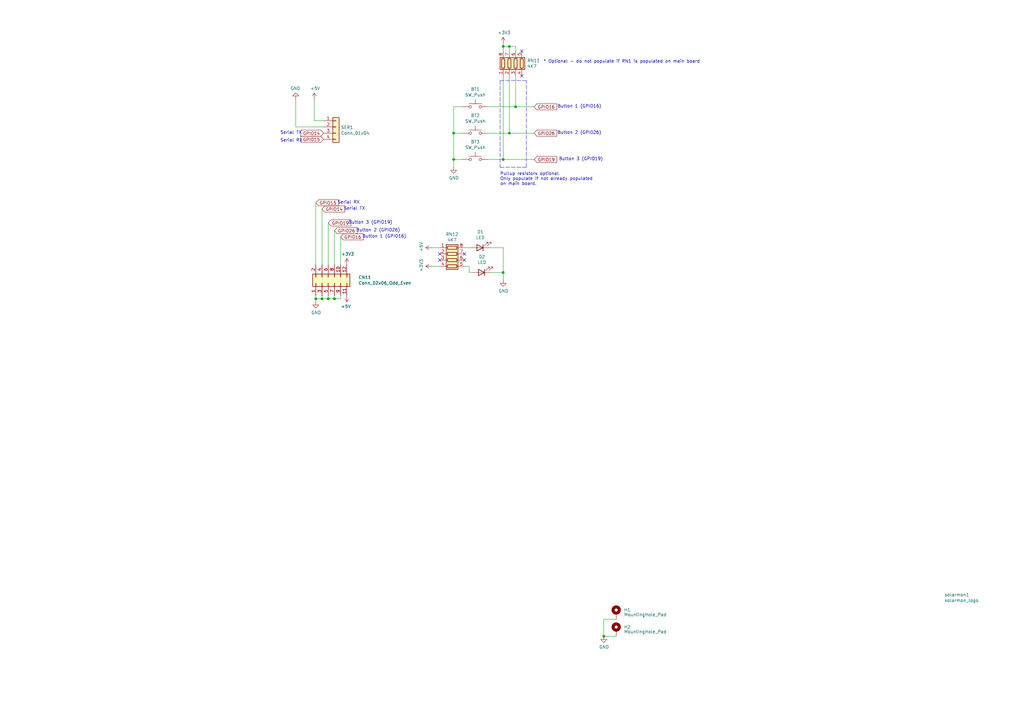
<source format=kicad_sch>
(kicad_sch (version 20211123) (generator eeschema)
  (paper "A3")
  (title_block (title "RGbtoHDMI Amiag Denise CPLD FFC - CDTV Video Slot v2 - Daughter Board") (date "2021-12-11") (rev "2"))
  (lib_symbols
    (symbol "Connector_Generic:Conn_01x04" (pin_names (offset 1.016) hide)
      (property "Reference" "J" (at 0 5.08 0))
      (property "Value" "Conn_01x04" (at 0 -7.62 0))
      (symbol "Conn_01x04_1_1"
        (rectangle (start -1.27 -4.953) (end 0 -5.207) (stroke (width 0.1524)))
        (rectangle (start -1.27 -2.413) (end 0 -2.667) (stroke (width 0.1524)))
        (rectangle (start -1.27 0.127) (end 0 -0.127) (stroke (width 0.1524)))
        (rectangle (start -1.27 2.667) (end 0 2.413) (stroke (width 0.1524)))
        (rectangle (start -1.27 3.81) (end 1.27 -6.35) (stroke (width 0.254)) (fill (type background)))
        (pin passive line (at -5.08 2.54 0) (length 3.81) (name "Pin_1") (number "1"))
        (pin passive line (at -5.08 0 0) (length 3.81) (name "Pin_2") (number "2"))
        (pin passive line (at -5.08 -2.54 0) (length 3.81) (name "Pin_3") (number "3"))
        (pin passive line (at -5.08 -5.08 0) (length 3.81) (name "Pin_4") (number "4"))
      )
    )
    (symbol "Connector_Generic:Conn_02x06_Odd_Even" (pin_names (offset 1.016) hide)
      (property "Reference" "J" (at 1.27 7.62 0))
      (property "Value" "Conn_02x06_Odd_Even" (at 1.27 -10.16 0))
      (symbol "Conn_02x06_Odd_Even_1_1"
        (rectangle (start -1.27 -7.493) (end 0 -7.747) (stroke (width 0.1524)))
        (rectangle (start -1.27 -4.953) (end 0 -5.207) (stroke (width 0.1524)))
        (rectangle (start -1.27 -2.413) (end 0 -2.667) (stroke (width 0.1524)))
        (rectangle (start -1.27 0.127) (end 0 -0.127) (stroke (width 0.1524)))
        (rectangle (start -1.27 2.667) (end 0 2.413) (stroke (width 0.1524)))
        (rectangle (start -1.27 5.207) (end 0 4.953) (stroke (width 0.1524)))
        (rectangle (start -1.27 6.35) (end 3.81 -8.89) (stroke (width 0.254)) (fill (type background)))
        (rectangle (start 3.81 -7.493) (end 2.54 -7.747) (stroke (width 0.1524)))
        (rectangle (start 3.81 -4.953) (end 2.54 -5.207) (stroke (width 0.1524)))
        (rectangle (start 3.81 -2.413) (end 2.54 -2.667) (stroke (width 0.1524)))
        (rectangle (start 3.81 0.127) (end 2.54 -0.127) (stroke (width 0.1524)))
        (rectangle (start 3.81 2.667) (end 2.54 2.413) (stroke (width 0.1524)))
        (rectangle (start 3.81 5.207) (end 2.54 4.953) (stroke (width 0.1524)))
        (pin passive line (at -5.08 5.08 0) (length 3.81) (name "Pin_1") (number "1"))
        (pin passive line (at 7.62 -5.08 180) (length 3.81) (name "Pin_10") (number "10"))
        (pin passive line (at -5.08 -7.62 0) (length 3.81) (name "Pin_11") (number "11"))
        (pin passive line (at 7.62 -7.62 180) (length 3.81) (name "Pin_12") (number "12"))
        (pin passive line (at 7.62 5.08 180) (length 3.81) (name "Pin_2") (number "2"))
        (pin passive line (at -5.08 2.54 0) (length 3.81) (name "Pin_3") (number "3"))
        (pin passive line (at 7.62 2.54 180) (length 3.81) (name "Pin_4") (number "4"))
        (pin passive line (at -5.08 0 0) (length 3.81) (name "Pin_5") (number "5"))
        (pin passive line (at 7.62 0 180) (length 3.81) (name "Pin_6") (number "6"))
        (pin passive line (at -5.08 -2.54 0) (length 3.81) (name "Pin_7") (number "7"))
        (pin passive line (at 7.62 -2.54 180) (length 3.81) (name "Pin_8") (number "8"))
        (pin passive line (at -5.08 -5.08 0) (length 3.81) (name "Pin_9") (number "9"))
      )
    )
    (symbol "Device:LED" (pin_numbers hide) (pin_names (offset 1.016) hide)
      (property "Reference" "D" (at 0 2.54 0))
      (property "Value" "LED" (at 0 -2.54 0))
      (symbol "LED_0_1"
        (polyline (pts (xy -1.27 -1.27) (xy -1.27 1.27)) (stroke (width 0.254)))
        (polyline (pts (xy -1.27 0) (xy 1.27 0)))
        (polyline (pts (xy 1.27 -1.27) (xy 1.27 1.27) (xy -1.27 0) (xy 1.27 -1.27)) (stroke (width 0.254)))
        (polyline (pts (xy -3.048 -0.762) (xy -4.572 -2.286) (xy -3.81 -2.286) (xy -4.572 -2.286) (xy -4.572 -1.524)))
        (polyline (pts (xy -1.778 -0.762) (xy -3.302 -2.286) (xy -2.54 -2.286) (xy -3.302 -2.286) (xy -3.302 -1.524)))
      )
      (symbol "LED_1_1"
        (pin passive line (at -3.81 0 0) (length 2.54) (name "K") (number "1"))
        (pin passive line (at 3.81 0 180) (length 2.54) (name "A") (number "2"))
      )
    )
    (symbol "Device:R_Pack04" (pin_names (offset 0) hide)
      (property "Reference" "RN" (at -7.62 0 90))
      (property "Value" "R_Pack04" (at 5.08 0 90))
      (symbol "R_Pack04_0_1"
        (rectangle (start -6.35 -2.413) (end 3.81 2.413) (stroke (width 0.254)) (fill (type background)))
        (rectangle (start -5.715 1.905) (end -4.445 -1.905) (stroke (width 0.254)))
        (rectangle (start -3.175 1.905) (end -1.905 -1.905) (stroke (width 0.254)))
        (rectangle (start -0.635 1.905) (end 0.635 -1.905) (stroke (width 0.254)))
        (polyline (pts (xy -5.08 -2.54) (xy -5.08 -1.905)))
        (polyline (pts (xy -5.08 1.905) (xy -5.08 2.54)))
        (polyline (pts (xy -2.54 -2.54) (xy -2.54 -1.905)))
        (polyline (pts (xy -2.54 1.905) (xy -2.54 2.54)))
        (polyline (pts (xy 0 -2.54) (xy 0 -1.905)))
        (polyline (pts (xy 0 1.905) (xy 0 2.54)))
        (polyline (pts (xy 2.54 -2.54) (xy 2.54 -1.905)))
        (polyline (pts (xy 2.54 1.905) (xy 2.54 2.54)))
        (rectangle (start 1.905 1.905) (end 3.175 -1.905) (stroke (width 0.254)))
      )
      (symbol "R_Pack04_1_1"
        (pin passive line (at -5.08 -5.08 90) (length 2.54) (name "R1.1") (number "1"))
        (pin passive line (at -2.54 -5.08 90) (length 2.54) (name "R2.1") (number "2"))
        (pin passive line (at 0 -5.08 90) (length 2.54) (name "R3.1") (number "3"))
        (pin passive line (at 2.54 -5.08 90) (length 2.54) (name "R4.1") (number "4"))
        (pin passive line (at 2.54 5.08 270) (length 2.54) (name "R4.2") (number "5"))
        (pin passive line (at 0 5.08 270) (length 2.54) (name "R3.2") (number "6"))
        (pin passive line (at -2.54 5.08 270) (length 2.54) (name "R2.2") (number "7"))
        (pin passive line (at -5.08 5.08 270) (length 2.54) (name "R1.2") (number "8"))
      )
    )
    (symbol "Mechanical:MountingHole_Pad" (pin_numbers hide) (pin_names (offset 1.016) hide)
      (property "Reference" "H" (at 0 6.35 0))
      (property "Value" "MountingHole_Pad" (at 0 4.445 0))
      (symbol "MountingHole_Pad_0_1"
        (circle (center 0 1.27) (radius 1.27) (stroke (width 1.27)))
      )
      (symbol "MountingHole_Pad_1_1"
        (pin input line (at 0 -2.54 90) (length 2.54) (name "1") (number "1"))
      )
    )
    (symbol "RGBtoHDMI-CDTV-v2---Daughter-Board-rescue:+3.3V-power" (power) (pin_names (offset 0))
      (property "Value" "+3.3V-power" (at 0 3.556 0))
      (symbol "+3.3V-power_0_1"
        (polyline (pts (xy -0.762 1.27) (xy 0 2.54)))
        (polyline (pts (xy 0 0) (xy 0 2.54)))
        (polyline (pts (xy 0 2.54) (xy 0.762 1.27)))
      )
      (symbol "+3.3V-power_1_1"
        (pin power_in line (at 0 0 90) (length 0) hide (name "+3V3") (number "1"))
      )
    )
    (symbol "RGBtoHDMI-CDTV-v2---Daughter-Board-rescue:solarmon_logo-solarmon_Library" (pin_names (offset 1.016))
      (property "Reference" "L" (at 0 0 0))
      (property "Value" "solarmon_logo-solarmon_Library" (at -1.27 2.54 0))
    )
    (symbol "Switch:SW_Push" (pin_numbers hide) (pin_names (offset 1.016) hide)
      (property "Reference" "SW" (at 1.27 2.54 0))
      (property "Value" "SW_Push" (at 0 -1.524 0))
      (symbol "SW_Push_0_1"
        (circle (center -2.032 0) (radius 0.508))
        (polyline (pts (xy 0 1.27) (xy 0 3.048)))
        (polyline (pts (xy 2.54 1.27) (xy -2.54 1.27)))
        (circle (center 2.032 0) (radius 0.508))
        (pin passive line (at -5.08 0 0) (length 2.54) (name "1") (number "1"))
        (pin passive line (at 5.08 0 180) (length 2.54) (name "2") (number "2"))
      )
    )
    (symbol "power:+5V" (power) (pin_names (offset 0))
      (property "Value" "+5V" (at 0 3.556 0))
      (symbol "+5V_0_1"
        (polyline (pts (xy -0.762 1.27) (xy 0 2.54)))
        (polyline (pts (xy 0 0) (xy 0 2.54)))
        (polyline (pts (xy 0 2.54) (xy 0.762 1.27)))
      )
      (symbol "+5V_1_1"
        (pin power_in line (at 0 0 90) (length 0) hide (name "+5V") (number "1"))
      )
    )
    (symbol "power:GND" (power) (pin_names (offset 0))
      (property "Value" "GND" (at 0 -3.81 0))
      (symbol "GND_0_1"
        (polyline (pts (xy 0 0) (xy 0 -1.27) (xy 1.27 -1.27) (xy 0 -2.54) (xy -1.27 -1.27) (xy 0 -1.27)))
      )
      (symbol "GND_1_1"
        (pin power_in line (at 0 0 270) (length 0) hide (name "GND") (number "1"))
      )
    )
  )
  (junction (at 134.62 122.555))
  (junction (at 208.915 19.05))
  (junction (at 206.375 65.405))
  (junction (at 186.055 54.61))
  (junction (at 137.16 122.555))
  (junction (at 247.65 260.985))
  (junction (at 132.08 122.555))
  (junction (at 211.455 43.815))
  (junction (at 186.055 65.405))
  (junction (at 206.375 19.05))
  (junction (at 129.54 122.555))
  (junction (at 206.375 111.76))
  (junction (at 208.915 54.61))
  (no_connect (at 213.995 20.955))
  (no_connect (at 190.5 104.14))
  (no_connect (at 180.34 104.14))
  (no_connect (at 213.995 31.115))
  (no_connect (at 190.5 106.68))
  (no_connect (at 180.34 106.68))
  (wire (pts (xy 121.285 52.07) (xy 132.715 52.07)))
  (wire (pts (xy 139.7 122.555) (xy 137.16 122.555)))
  (wire (pts (xy 206.375 31.115) (xy 206.375 65.405)))
  (wire (pts (xy 211.455 20.955) (xy 211.455 19.05)))
  (wire (pts (xy 180.34 109.22) (xy 177.165 109.22)))
  (wire (pts (xy 206.375 19.05) (xy 206.375 20.955)))
  (wire (pts (xy 200.025 65.405) (xy 206.375 65.405)))
  (wire (pts (xy 192.405 109.22) (xy 190.5 109.22)))
  (wire (pts (xy 139.7 121.285) (xy 139.7 122.555)))
  (wire (pts (xy 206.375 111.76) (xy 206.375 114.935)))
  (wire (pts (xy 134.62 91.44) (xy 134.62 108.585)))
  (wire (pts (xy 247.65 254) (xy 247.65 260.985)))
  (wire (pts (xy 206.375 65.405) (xy 219.075 65.405)))
  (wire (pts (xy 208.915 31.115) (xy 208.915 54.61)))
  (wire (pts (xy 129.54 122.555) (xy 132.08 122.555)))
  (wire (pts (xy 186.055 65.405) (xy 186.055 68.58)))
  (wire (pts (xy 186.055 54.61) (xy 186.055 65.405)))
  (wire (pts (xy 211.455 31.115) (xy 211.455 43.815)))
  (wire (pts (xy 208.915 20.955) (xy 208.915 19.05)))
  (wire (pts (xy 132.08 121.285) (xy 132.08 122.555)))
  (wire (pts (xy 193.675 111.76) (xy 192.405 111.76)))
  (wire (pts (xy 180.34 101.6) (xy 177.165 101.6)))
  (wire (pts (xy 189.865 54.61) (xy 186.055 54.61)))
  (wire (pts (xy 206.375 101.6) (xy 206.375 111.76)))
  (wire (pts (xy 129.54 121.285) (xy 129.54 122.555)))
  (wire (pts (xy 128.905 40.64) (xy 128.905 49.53)))
  (wire (pts (xy 200.66 101.6) (xy 206.375 101.6)))
  (wire (pts (xy 200.025 54.61) (xy 208.915 54.61)))
  (polyline (pts (xy 215.9 33.02) (xy 205.105 33.02)))
  (wire (pts (xy 208.915 54.61) (xy 219.075 54.61)))
  (wire (pts (xy 128.905 49.53) (xy 132.715 49.53)))
  (wire (pts (xy 129.54 122.555) (xy 129.54 123.825)))
  (polyline (pts (xy 215.9 68.58) (xy 215.9 33.02)))
  (wire (pts (xy 252.73 254) (xy 247.65 254)))
  (wire (pts (xy 137.16 121.285) (xy 137.16 122.555)))
  (wire (pts (xy 129.54 83.185) (xy 129.54 108.585)))
  (wire (pts (xy 137.16 94.615) (xy 137.16 108.585)))
  (wire (pts (xy 200.025 43.815) (xy 211.455 43.815)))
  (polyline (pts (xy 205.105 33.02) (xy 205.105 68.58)))
  (wire (pts (xy 206.375 17.78) (xy 206.375 19.05)))
  (wire (pts (xy 208.915 19.05) (xy 206.375 19.05)))
  (wire (pts (xy 211.455 43.815) (xy 219.075 43.815)))
  (wire (pts (xy 252.73 260.985) (xy 247.65 260.985)))
  (wire (pts (xy 192.405 111.76) (xy 192.405 109.22)))
  (wire (pts (xy 137.16 122.555) (xy 134.62 122.555)))
  (wire (pts (xy 186.055 43.815) (xy 186.055 54.61)))
  (wire (pts (xy 121.285 40.64) (xy 121.285 52.07)))
  (polyline (pts (xy 205.105 68.58) (xy 215.9 68.58)))
  (wire (pts (xy 193.04 101.6) (xy 190.5 101.6)))
  (wire (pts (xy 189.865 43.815) (xy 186.055 43.815)))
  (wire (pts (xy 132.08 122.555) (xy 134.62 122.555)))
  (wire (pts (xy 201.295 111.76) (xy 206.375 111.76)))
  (wire (pts (xy 211.455 19.05) (xy 208.915 19.05)))
  (wire (pts (xy 189.865 65.405) (xy 186.055 65.405)))
  (wire (pts (xy 134.62 121.285) (xy 134.62 122.555)))
  (wire (pts (xy 132.08 85.725) (xy 132.08 108.585)))
  (wire (pts (xy 139.7 97.155) (xy 139.7 108.585)))
  (text "Button 2 (GPIO26)" (at 228.6 55.245 0) (effects (font (size 1.27 1.27)) (justify left bottom)))
  (text "Button 1 (GPIO16)" (at 228.6 44.45 0) (effects (font (size 1.27 1.27)) (justify left bottom)))
  (text "* Optional - do not populate if RN1 is populated on main board" (at 222.885 26.035 0) (effects (font (size 1.27 1.27)) (justify left bottom)))
  (text "Serial TX" (at 140.97 86.36 0) (effects (font (size 1.27 1.27)) (justify left bottom)))
  (text "Button 3 (GPIO19)" (at 142.875 92.075 0) (effects (font (size 1.27 1.27)) (justify left bottom)))
  (text "Button 3 (GPIO19)" (at 229.235 66.04 0) (effects (font (size 1.27 1.27)) (justify left bottom)))
  (text "Serial RX" (at 138.43 83.82 0) (effects (font (size 1.27 1.27)) (justify left bottom)))
  (text "Button 1 (GPIO16)" (at 148.59 97.79 0) (effects (font (size 1.27 1.27)) (justify left bottom)))
  (text "Serial TX" (at 114.935 55.245 0) (effects (font (size 1.27 1.27)) (justify left bottom)))
  (text "Serial RX" (at 114.935 58.42 0) (effects (font (size 1.27 1.27)) (justify left bottom)))
  (text "Button 2 (GPIO26)" (at 146.05 95.25 0) (effects (font (size 1.27 1.27)) (justify left bottom)))
  (text "Pullup resistors optional\nOnly populate if not already populated\non main board." (at 205.105 76.2 0) (effects (font (size 1.27 1.27)) (justify left bottom)))
  (global_label "GPIO16" (shape input) (at 219.075 43.815 0) (property "Intersheet References" "${INTERSHEET_REFS}" (effects hide)))
  (global_label "GPIO19" (shape input) (at 134.62 91.44 0) (property "Intersheet References" "${INTERSHEET_REFS}" (effects hide)))
  (global_label "GPIO26" (shape input) (at 219.075 54.61 0) (property "Intersheet References" "${INTERSHEET_REFS}" (effects hide)))
  (global_label "GPIO19" (shape input) (at 219.075 65.405 0) (property "Intersheet References" "${INTERSHEET_REFS}" (effects hide)))
  (global_label "GPIO14" (shape input) (at 132.715 54.61 180) (property "Intersheet References" "${INTERSHEET_REFS}" (effects hide)))
  (global_label "GPIO26" (shape input) (at 137.16 94.615 0) (property "Intersheet References" "${INTERSHEET_REFS}" (effects hide)))
  (global_label "GPIO15" (shape input) (at 129.54 83.185 0) (property "Intersheet References" "${INTERSHEET_REFS}" (effects hide)))
  (global_label "GPIO15" (shape input) (at 132.715 57.15 180) (property "Intersheet References" "${INTERSHEET_REFS}" (effects hide)))
  (global_label "GPIO14" (shape input) (at 132.08 85.725 0) (property "Intersheet References" "${INTERSHEET_REFS}" (effects hide)))
  (global_label "GPIO16" (shape input) (at 139.7 97.155 0) (property "Intersheet References" "${INTERSHEET_REFS}" (effects hide)))
  (symbol (lib_id "Mechanical:MountingHole_Pad") (at 252.73 251.46 0) (unit 1)
    (property "Reference" "H1" (at 255.905 250.19 0) (effects (justify left)))
    (property "Value" "MountingHole_Pad" (at 255.905 252.095 0) (effects (justify left)))
    (property "Footprint" "MountingHole:MountingHole_2.5mm_Pad_Via" (effects hide))
  )
  (symbol (lib_id "Mechanical:MountingHole_Pad") (at 252.73 258.445 0) (unit 1)
    (property "Reference" "H2" (at 255.905 257.175 0) (effects (justify left)))
    (property "Value" "MountingHole_Pad" (at 255.905 259.08 0) (effects (justify left)))
    (property "Footprint" "MountingHole:MountingHole_2.5mm_Pad_Via" (effects hide))
  )
  (symbol (lib_id "power:GND") (at 247.65 260.985 0) (unit 1)
    (property "Reference" "#PWR0114" (effects hide))
    (property "Value" "GND" (at 247.777 265.3792 0))
  )
  (symbol (lib_id "RGBtoHDMI-CDTV-v2---Daughter-Board-rescue:solarmon_logo-solarmon_Library") (at 386.715 245.11 0) (unit 1)
    (property "Reference" "solarmon1" (at 387.35 243.9416 0) (effects (justify left)))
    (property "Value" "solarmon_logo" (at 387.35 246.253 0) (effects (justify left)))
    (property "Footprint" "solarmon_library:solarmon-logo-25mils" (effects hide))
  )
  (symbol (lib_id "power:GND") (at 129.54 123.825 0) (unit 1)
    (property "Reference" "#PWR0105" (effects hide))
    (property "Value" "GND" (at 129.667 128.2192 0))
  )
  (symbol (lib_id "power:+5V") (at 142.24 121.285 180) (unit 1)
    (property "Reference" "#PWR0101" (effects hide))
    (property "Value" "+5V" (at 141.859 125.6792 0))
  )
  (symbol (lib_id "RGBtoHDMI-CDTV-v2---Daughter-Board-rescue:+3.3V-power") (at 142.24 108.585 0) (unit 1)
    (property "Reference" "#PWR0102" (effects hide))
    (property "Value" "+3.3V" (at 142.621 104.1908 0))
  )
  (symbol (lib_id "power:GND") (at 186.055 68.58 0) (unit 1)
    (property "Reference" "#PWR0103" (effects hide))
    (property "Value" "GND" (at 186.182 72.9742 0))
  )
  (symbol (lib_id "power:+5V") (at 177.165 101.6 90) (unit 1)
    (property "Reference" "#PWR0108" (effects hide))
    (property "Value" "+5V" (at 172.7708 101.219 0))
  )
  (symbol (lib_id "RGBtoHDMI-CDTV-v2---Daughter-Board-rescue:+3.3V-power") (at 177.165 109.22 90) (unit 1)
    (property "Reference" "#PWR0109" (effects hide))
    (property "Value" "+3.3V" (at 172.7708 108.839 0))
  )
  (symbol (lib_id "Connector_Generic:Conn_01x04") (at 137.795 52.07 0) (unit 1)
    (property "Reference" "SER1" (at 139.827 52.2732 0) (effects (justify left)))
    (property "Value" "Conn_01x04" (at 139.827 54.5846 0) (effects (justify left)))
    (property "Footprint" "Connector_PinHeader_2.54mm:PinHeader_1x04_P2.54mm_Horizontal" (effects hide))
  )
  (symbol (lib_id "power:+5V") (at 128.905 40.64 0) (unit 1)
    (property "Reference" "#PWR0104" (effects hide))
    (property "Value" "+5V" (at 129.286 36.2458 0))
  )
  (symbol (lib_id "power:GND") (at 121.285 40.64 180) (unit 1)
    (property "Reference" "#PWR0106" (effects hide))
    (property "Value" "GND" (at 121.158 36.2458 0))
  )
  (symbol (lib_id "Switch:SW_Push") (at 194.945 43.815 0) (unit 1)
    (property "Reference" "BT1" (at 194.945 36.576 0))
    (property "Value" "SW_Push" (at 194.945 38.8874 0))
    (property "Footprint" "Button_Switch_THT:SW_Tactile_SKHH_Angled" (effects hide))
  )
  (symbol (lib_id "Switch:SW_Push") (at 194.945 54.61 0) (unit 1)
    (property "Reference" "BT2" (at 194.945 47.371 0))
    (property "Value" "SW_Push" (at 194.945 49.6824 0))
    (property "Footprint" "Button_Switch_THT:SW_Tactile_SKHH_Angled" (effects hide))
  )
  (symbol (lib_id "Switch:SW_Push") (at 194.945 65.405 0) (unit 1)
    (property "Reference" "BT3" (at 194.945 58.166 0))
    (property "Value" "SW_Push" (at 194.945 60.4774 0))
    (property "Footprint" "Button_Switch_THT:SW_Tactile_SKHH_Angled" (effects hide))
  )
  (symbol (lib_id "Connector_Generic:Conn_02x06_Odd_Even") (at 134.62 116.205 90) (unit 1)
    (property "Reference" "CN11" (at 147.0152 113.7666 90) (effects (justify right)))
    (property "Value" "Conn_02x06_Odd_Even" (at 147.0152 116.078 90) (effects (justify right)))
    (property "Footprint" "Connector_PinHeader_2.54mm:PinHeader_2x06_P2.54mm_Vertical" (effects hide))
  )
  (symbol (lib_id "Device:R_Pack04") (at 211.455 26.035 0) (unit 1)
    (property "Reference" "RN11" (at 216.2302 24.8666 0) (effects (justify left)))
    (property "Value" "4K7" (at 216.2302 27.178 0) (effects (justify left)))
    (property "Footprint" "Resistor_SMD:R_Array_Convex_4x0603" (effects hide))
  )
  (symbol (lib_id "Device:R_Pack04") (at 185.42 106.68 270) (unit 1)
    (property "Reference" "RN12" (at 185.42 96.0882 90))
    (property "Value" "4K7" (at 185.42 98.3996 90))
    (property "Footprint" "Resistor_SMD:R_Array_Convex_4x0603" (effects hide))
  )
  (symbol (lib_id "RGBtoHDMI-CDTV-v2---Daughter-Board-rescue:+3.3V-power") (at 206.375 17.78 0) (unit 1)
    (property "Reference" "#PWR0110" (effects hide))
    (property "Value" "+3.3V" (at 206.756 13.3858 0))
  )
  (symbol (lib_id "Device:LED") (at 196.85 101.6 180) (unit 1)
    (property "Reference" "D1" (at 197.0278 95.123 0))
    (property "Value" "LED" (at 197.0278 97.4344 0))
    (property "Footprint" "Connector_PinHeader_2.54mm:PinHeader_1x02_P2.54mm_Vertical" (effects hide))
  )
  (symbol (lib_id "Device:LED") (at 197.485 111.76 180) (unit 1)
    (property "Reference" "D2" (at 197.6628 105.283 0))
    (property "Value" "LED" (at 197.6628 107.5944 0))
    (property "Footprint" "Connector_PinHeader_2.54mm:PinHeader_1x02_P2.54mm_Vertical" (effects hide))
  )
  (symbol (lib_id "power:GND") (at 206.375 114.935 0) (unit 1)
    (property "Reference" "#PWR0107" (effects hide))
    (property "Value" "GND" (at 206.502 119.3292 0))
  )
)
</source>
